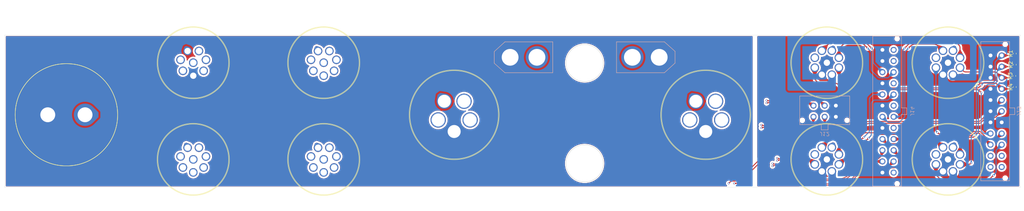
<source format=kicad_pcb>
(kicad_pcb (version 20221018) (generator pcbnew)
  (title_block (title "设备盒PCB1") (company "南京拓兴智控"))
  (layers (0 "F.Cu" signal) (1 "In1.Cu" signal) (2 "In2.Cu" signal) (31 "B.Cu" signal) (34 "B.Paste" user) (35 "F.Paste" user) (36 "B.SilkS" user "B.Silkscreen") (37 "F.SilkS" user "F.Silkscreen") (38 "B.Mask" user) (39 "F.Mask" user) (44 "Edge.Cuts" user))
  (net 0 "")
  (net 1 "/PWM3_Z-B")
  (net 2 "/PWM3_Y-A")
  (net 3 "+5V")
  (net 4 "/AD1_U3")
  (net 5 "/MOTOR3")
  (net 6 "+3.3V")
  (net 7 "/PWM4_Z-B")
  (net 8 "/PWM4_Y-A")
  (net 9 "/AD1_U4")
  (net 10 "/MOTOR4")
  (net 11 "/PWM7_Z-B")
  (net 12 "/PWM7_Y-A")
  (net 13 "/AD1_U7")
  (net 14 "/MOTOR7")
  (net 15 "/PWM8_Z-B")
  (net 16 "/PWM8_Y-A")
  (net 17 "/AD1_U8")
  (net 18 "/MOTOR8")
  (net 19 "/V_28V")
  (net 20 "/TX+")
  (net 21 "/TX-")
  (net 22 "/V_GND")
  (net 23 "/RX-")
  (net 24 "/RX+")
  (net 25 "/AD2_U3")
  (net 26 "/AD2_U4")
  (net 27 "/MCU2_CAN2_L-")
  (net 28 "/MCU2_CAN2_H+")
  (net 29 "/MCU3_CAN2_L-")
  (net 30 "/MCU3_CAN2_H+")
  (net 31 "+12V")
  (net 55 "GND")
  (footprint "UACsocket:UAC16-9" (layer "F.Cu") (at 303.086361 72.456511)
    (fp_text reference "J4" hide)
    (fp_text value "UAC16-9")
  )
  (footprint "Resistor_SMD:R_0402_1005Metric" (layer "F.Cu") (at 320.9 50 -90)
    (fp_text reference "R3")
    (fp_text value "1K")
  )
  (footprint "Resistor_SMD:R_0402_1005Metric" (layer "F.Cu") (at 321 43.99 -90)
    (fp_text reference "R1")
    (fp_text value "1K")
  )
  (footprint "UACsocket:UAC20-5" (layer "F.Cu") (at 238.086361 60.456511)
    (fp_text reference "J10" hide)
    (fp_text value "UAV20-5")
  )
  (footprint "UACsocket:UAC16-9" (layer "F.Cu") (at 303.086361 46.456511)
    (fp_text reference "J3" hide)
    (fp_text value "UAC16-9")
  )
  (footprint "UACsocket:UAC16-8" (layer "F.Cu") (at 135.586361 46.456511)
    (fp_text reference "J7" hide)
    (fp_text value "UAC16-8")
  )
  (footprint "UACsocket:UAC16-8" (layer "F.Cu") (at 135.586361 72.456511)
    (fp_text reference "J8" hide)
    (fp_text value "UAC16-8")
  )
  (footprint "UACsocket:UAC28-2" (layer "F.Cu") (at 66.548961 60.456511)
    (fp_text reference "J11" hide)
    (fp_text value "UAC28-2")
  )
  (footprint "UACsocket:UAC16-9" (layer "F.Cu") (at 270.586361 46.456511)
    (fp_text reference "J1" hide)
    (fp_text value "UAC16-9")
  )
  (footprint "UACsocket:UAC20-5" (layer "F.Cu") (at 170.586361 60.456511)
    (fp_text reference "J9" hide)
    (fp_text value "UAV20-5")
  )
  (footprint "Resistor_SMD:R_0402_1005Metric" (layer "F.Cu") (at 321 52.99 -90)
    (fp_text reference "R4")
    (fp_text value "1K")
  )
  (footprint "UACsocket:UAC16-8" (layer "F.Cu") (at 100.586361 46.456511)
    (fp_text reference "J5" hide)
    (fp_text value "UAC16-8")
  )
  (footprint "Resistor_SMD:R_0402_1005Metric" (layer "F.Cu") (at 321 46.99 -90)
    (fp_text reference "R2")
    (fp_text value "1K")
  )
  (footprint "UACsocket:UAC16-9" (layer "F.Cu") (at 270.586361 72.456511)
    (fp_text reference "J2" hide)
    (fp_text value "UAC16-9")
  )
  (footprint "UACsocket:UAC16-8" (layer "F.Cu") (at 100.586361 72.456511)
    (fp_text reference "J6" hide)
    (fp_text value "UAC16-8")
  )
  (footprint "Molex:430452412" (layer "B.Cu") (at 287 59.5 90)
    (fp_text reference "J14")
    (fp_text value "430452412")
  )
  (footprint "Molex:430452212" (layer "B.Cu") (at 316 59.5 90)
    (fp_text reference "J13")
    (fp_text value "430452212")
  )
  (footprint "Molex:430450612" (layer "B.Cu") (at 270 59.5)
    (fp_text reference "J12")
    (fp_text value "430450612")
  )
  (footprint "Connector_AMASS:AMASS_XT60-F_1x02_P7.20mm_Vertical" (layer "B.Cu") (at 185.6 45)
    (fp_text reference "J15" hide)
    (fp_text value "XT60F")
  )
  (footprint "Connector_AMASS:AMASS_XT60-F_1x02_P7.20mm_Vertical" (layer "B.Cu") (at 225.6 45 180)
    (fp_text reference "J16" hide)
    (fp_text value "XT60F")
  )
  (gr_circle (center 100.586361 46.456511) (end 110.086361 46.456511) (stroke (width 0.12)) (fill none) (layer "F.SilkS"))
  (gr_circle (center 100.586361 72.456511) (end 110.086361 72.456511) (stroke (width 0.12)) (fill none) (layer "F.SilkS"))
  (gr_circle (center 303.086361 46.456511) (end 312.586361 46.456511) (stroke (width 0.12)) (fill none) (layer "F.SilkS"))
  (gr_circle (center 270.586361 72.456511) (end 280.086361 72.456511) (stroke (width 0.12)) (fill none) (layer "F.SilkS"))
  (gr_circle (center 170.586361 60.456511) (end 182.461361 60.456511) (stroke (width 0.12)) (fill none) (layer "F.SilkS"))
  (gr_circle (center 135.586361 46.456511) (end 145.086361 46.456511) (stroke (width 0.12)) (fill none) (layer "F.SilkS"))
  (gr_circle (center 270.586361 46.456511) (end 280.086361 46.456511) (stroke (width 0.12)) (fill none) (layer "F.SilkS"))
  (gr_circle (center 66.548961 60.456511) (end 80.298961 60.456511) (stroke (width 0.12)) (fill none) (layer "F.SilkS"))
  (gr_circle (center 303.086361 72.456511) (end 312.586361 72.456511) (stroke (width 0.12)) (fill none) (layer "F.SilkS"))
  (gr_circle (center 135.586361 72.456511) (end 145.086361 72.456511) (stroke (width 0.12)) (fill none) (layer "F.SilkS"))
  (gr_circle (center 238.086361 60.456511) (end 249.961361 60.456511) (stroke (width 0.12)) (fill none) (layer "F.SilkS"))
  (gr_line (start 322.5 80) (end 50 80) (stroke (width 0.05)) (layer "Edge.Cuts"))
  (gr_line (start 322.5 39) (end 322.5 80) (stroke (width 0.05)) (layer "Edge.Cuts"))
  (gr_circle (center 205.6 73.54) (end 210.6 73.54) (stroke (width 0.1)) (fill none) (layer "Edge.Cuts"))
  (gr_circle (center 205.6 46.54) (end 210.6 46.54) (stroke (width 0.1)) (fill none) (layer "Edge.Cuts"))
  (gr_line (start 322.5 39) (end 50 39) (stroke (width 0.05)) (layer "Edge.Cuts"))
  (gr_line (start 50 39) (end 50 80) (stroke (width 0.05)) (layer "Edge.Cuts"))
  (segment (start 282.5 42.5) (end 281.085786 41.085786) (width 0.25) (layer "F.Cu") (net 1))
  (segment (start 279.671573 40.5) (end 272.801299 40.5) (width 0.25) (layer "F.Cu") (net 1))
  (segment (start 271.387085 41.085787) (end 269.246361 43.226511) (width 0.25) (layer "F.Cu") (net 1))
  (via (at 282.5 42.5) (size 0.5) (drill 0.3) (layers "F.Cu" "B.Cu") (net 1))
  (arc (start 281.085786 41.085786) (mid 280.43694 40.652241) (end 279.671573 40.5) (width 0.25) (layer "F.Cu") (net 1))
  (arc (start 272.801299 40.5) (mid 272.035932 40.652241) (end 271.387085 41.085787) (width 0.25) (layer "F.Cu") (net 1))
  (segment (start 282.5 42.5) (end 282.853554 42.853554) (width 0.25) (layer "B.Cu") (net 1))
  (segment (start 283 43.207107) (end 283 46.292893) (width 0.25) (layer "B.Cu") (net 1))
  (segment (start 283.146447 46.646447) (end 285.5 49) (width 0.25) (layer "B.Cu") (net 1))
  (arc (start 283 46.292893) (mid 283.03806 46.484235) (end 283.146447 46.646447) (width 0.25) (layer "B.Cu") (net 1))
  (arc (start 282.853554 42.853554) (mid 282.96194 43.015766) (end 283 43.207107) (width 0.25) (layer "B.Cu") (net 1))
  (segment (start 273.816361 43.512066) (end 273.816361 45.116511) (width 0.25) (layer "F.Cu") (net 2))
  (segment (start 281.487701 42.512299) (end 280.561188 41.585786) (width 0.25) (layer "F.Cu") (net 2))
  (segment (start 279.146975 41) (end 276.328427 41) (width 0.25) (layer "F.Cu") (net 2))
  (segment (start 274.914213 41.585787) (end 274.402147 42.097853) (width 0.25) (layer "F.Cu") (net 2))
  (via (at 281.487701 42.512299) (size 0.5) (drill 0.3) (layers "F.Cu" "B.Cu") (net 2))
  (arc (start 276.328427 41) (mid 275.56306 41.152241) (end 274.914213 41.585787) (width 0.25) (layer "F.Cu") (net 2))
  (arc (start 280.561188 41.585786) (mid 279.912342 41.152241) (end 279.146975 41) (width 0.25) (layer "F.Cu") (net 2))
  (arc (start 273.816361 43.512066) (mid 273.968602 42.746699) (end 274.402147 42.097853) (width 0.25) (layer "F.Cu") (net 2))
  (segment (start 284.707107 50.5) (end 286.792893 50.5) (width 0.25) (layer "B.Cu") (net 2))
  (segment (start 282.55 43.781705) (end 282.55 48.342893) (width 0.25) (layer "B.Cu") (net 2))
  (segment (start 281.487701 42.512299) (end 282.403554 43.428152) (width 0.25) (layer "B.Cu") (net 2))
  (segment (start 282.696447 48.696447) (end 284.353554 50.353554) (width 0.25) (layer "B.Cu") (net 2))
  (segment (start 287.146447 50.353553) (end 288.5 49) (width 0.25) (layer "B.Cu") (net 2))
  (arc (start 286.792893 50.5) (mid 286.984235 50.46194) (end 287.146447 50.353553) (width 0.25) (layer "B.Cu") (net 2))
  (arc (start 282.55 48.342893) (mid 282.58806 48.534235) (end 282.696447 48.696447) (width 0.25) (layer "B.Cu") (net 2))
  (arc (start 282.55 43.781705) (mid 282.51194 43.590364) (end 282.403554 43.428152) (width 0.25) (layer "B.Cu") (net 2))
  (arc (start 284.707107 50.5) (mid 284.515766 50.46194) (end 284.353554 50.353554) (width 0.25) (layer "B.Cu") (net 2))
  (segment (start 274.957107 52.957107) (end 274.109254 52.109254) (width 0.25) (layer "F.Cu") (net 4))
  (segment (start 273.816361 51.402147) (end 273.816361 47.796511) (width 0.25) (layer "F.Cu") (net 4))
  (segment (start 312 52.5) (end 311.396446 53.103554) (width 0.25) (layer "F.Cu") (net 4))
  (segment (start 311.042893 53.25) (end 275.664214 53.25) (width 0.25) (layer "F.Cu") (net 4))
  (segment (start 321 44.5) (end 317.5 44.5) (width 0.25) (layer "F.Cu") (net 4))
  (via (at 312 52.5) (size 0.5) (drill 0.3) (layers "F.Cu" "B.Cu") (net 4))
  (arc (start 311.396446 53.103554) (mid 311.234234 53.21194) (end 311.042893 53.25) (width 0.25) (layer "F.Cu") (net 4))
  (arc (start 275.664214 53.25) (mid 275.281531 53.17388) (end 274.957107 52.957107) (width 0.25) (layer "F.Cu") (net 4))
  (arc (start 274.109254 52.109254) (mid 273.892481 51.784831) (end 273.816361 51.402147) (width 0.25) (layer "F.Cu") (net 4))
  (segment (start 312 52.5) (end 312.603554 51.896446) (width 0.25) (layer "B.Cu") (net 4))
  (segment (start 312.957107 51.75) (end 315.042893 51.75) (width 0.25) (layer "B.Cu") (net 4))
  (segment (start 315.75 51.042893) (end 315.75 46.457107) (width 0.25) (layer "B.Cu") (net 4))
  (segment (start 315.396447 51.603553) (end 315.603554 51.396446) (width 0.25) (layer "B.Cu") (net 4))
  (segment (start 315.896447 46.103553) (end 317.5 44.5) (width 0.25) (layer "B.Cu") (net 4))
  (arc (start 315.75 51.042893) (mid 315.71194 51.234234) (end 315.603554 51.396446) (width 0.25) (layer "B.Cu") (net 4))
  (arc (start 315.75 46.457107) (mid 315.78806 46.265765) (end 315.896447 46.103553) (width 0.25) (layer "B.Cu") (net 4))
  (arc (start 315.396447 51.603553) (mid 315.234235 51.71194) (end 315.042893 51.75) (width 0.25) (layer "B.Cu") (net 4))
  (arc (start 312.603554 51.896446) (mid 312.765766 51.78806) (end 312.957107 51.75) (width 0.25) (layer "B.Cu") (net 4))
  (segment (start 267.356361 50.542147) (end 267.356361 47.796511) (width 0.25) (layer "F.Cu") (net 5))
  (segment (start 310.992893 53.7) (end 275.414214 53.7) (width 0.25) (layer "F.Cu") (net 5))
  (segment (start 274.707107 53.407107) (end 273.592893 52.292893) (width 0.25) (layer "F.Cu") (net 5))
  (segment (start 312 54.5) (end 311.346446 53.846446) (width 0.25) (layer "F.Cu") (net 5))
  (segment (start 268.107107 51.707107) (end 267.649254 51.249254) (width 0.25) (layer "F.Cu") (net 5))
  (segment (start 272.885786 52) (end 268.814214 52) (width 0.25) (layer "F.Cu") (net 5))
  (via (at 312 54.5) (size 0.5) (drill 0.3) (layers "F.Cu" "B.Cu") (net 5))
  (arc (start 267.649254 51.249254) (mid 267.432481 50.924831) (end 267.356361 50.542147) (width 0.25) (layer "F.Cu") (net 5))
  (arc (start 275.414214 53.7) (mid 275.031531 53.62388) (end 274.707107 53.407107) (width 0.25) (layer "F.Cu") (net 5))
  (arc (start 311.346446 53.846446) (mid 311.184234 53.73806) (end 310.992893 53.7) (width 0.25) (layer "F.Cu") (net 5))
  (arc (start 268.107107 51.707107) (mid 268.43153 51.92388) (end 268.814214 52) (width 0.25) (layer "F.Cu") (net 5))
  (arc (start 273.592893 52.292893) (mid 273.26847 52.07612) (end 272.885786 52) (width 0.25) (layer "F.Cu") (net 5))
  (segment (start 312.957107 65.5) (end 314.5 65.5) (width 0.25) (layer "B.Cu") (net 5))
  (segment (start 312.146447 64.896447) (end 312.603554 65.353554) (width 0.25) (layer "B.Cu") (net 5))
  (segment (start 312 54.5) (end 312 64.542893) (width 0.25) (layer "B.Cu") (net 5))
  (arc (start 312.146447 64.896447) (mid 312.03806 64.734235) (end 312 64.542893) (width 0.25) (layer "B.Cu") (net 5))
  (arc (start 312.957107 65.5) (mid 312.765766 65.46194) (end 312.603554 65.353554) (width 0.25) (layer "B.Cu") (net 5))
  (segment (start 279.585786 67) (end 271.887086 67) (width 0.25) (layer "F.Cu") (net 7))
  (segment (start 280.5 66.5) (end 280.292893 66.707107) (width 0.25) (layer "F.Cu") (net 7))
  (segment (start 271.179979 67.292893) (end 269.246361 69.226511) (width 0.25) (layer "F.Cu") (net 7))
  (via (at 280.5 66.5) (size 0.5) (drill 0.3) (layers "F.Cu" "B.Cu") (net 7))
  (arc (start 271.179979 67.292893) (mid 271.504402 67.07612) (end 271.887086 67) (width 0.25) (layer "F.Cu") (net 7))
  (arc (start 279.585786 67) (mid 279.968469 66.92388) (end 280.292893 66.707107) (width 0.25) (layer "F.Cu") (net 7))
  (segment (start 280.5 66.5) (end 281.853554 65.146446) (width 0.25) (layer "B.Cu") (net 7))
  (segment (start 282 64.792893) (end 282 56.207107) (width 0.25) (layer "B.Cu") (net 7))
  (segment (start 283.207107 55) (end 285.5 55) (width 0.25) (layer "B.Cu") (net 7))
  (segment (start 282.146447 55.853553) (end 282.853554 55.146446) (width 0.25) (layer "B.Cu") (net 7))
  (arc (start 282.853554 55.146446) (mid 283.015766 55.03806) (end 283.207107 55) (width 0.25) (layer "B.Cu") (net 7))
  (arc (start 282.146447 55.853553) (mid 282.03806 56.015765) (end 282 56.207107) (width 0.25) (layer "B.Cu") (net 7))
  (arc (start 281.853554 65.146446) (mid 281.96194 64.984234) (end 282 64.792893) (width 0.25) (layer "B.Cu") (net 7))
  (segment (start 273.816361 69.097853) (end 273.816361 71.116511) (width 0.25) (layer "F.Cu") (net 8))
  (segment (start 280.585786 67.5) (end 275.414214 67.5) (width 0.25) (layer "F.Cu") (net 8))
  (segment (start 274.707107 67.792893) (end 274.109254 68.390746) (width 0.25) (layer "F.Cu") (net 8))
  (segment (start 281.75 66.75) (end 281.292893 67.207107) (width 0.25) (layer "F.Cu") (net 8))
  (via (at 281.75 66.75) (size 0.5) (drill 0.3) (layers "F.Cu" "B.Cu") (net 8))
  (arc (start 280.585786 67.5) (mid 280.968469 67.42388) (end 281.292893 67.207107) (width 0.25) (layer "F.Cu") (net 8))
  (arc (start 273.816361 69.097853) (mid 273.892481 68.71517) (end 274.109254 68.390746) (width 0.25) (layer "F.Cu") (net 8))
  (arc (start 275.414214 67.5) (mid 275.031531 67.57612) (end 274.707107 67.792893) (width 0.25) (layer "F.Cu") (net 8))
  (segment (start 282.5 65.792893) (end 282.5 57.407107) (width 0.25) (layer "B.Cu") (net 8))
  (segment (start 282.646447 57.053553) (end 283.053554 56.646446) (width 0.25) (layer "B.Cu") (net 8))
  (segment (start 283.407107 56.5) (end 286.792893 56.5) (width 0.25) (layer "B.Cu") (net 8))
  (segment (start 287.146447 56.353553) (end 288.5 55) (width 0.25) (layer "B.Cu") (net 8))
  (segment (start 281.75 66.75) (end 282.353554 66.146446) (width 0.25) (layer "B.Cu") (net 8))
  (arc (start 282.5 57.407107) (mid 282.53806 57.215765) (end 282.646447 57.053553) (width 0.25) (layer "B.Cu") (net 8))
  (arc (start 287.146447 56.353553) (mid 286.984235 56.46194) (end 286.792893 56.5) (width 0.25) (layer "B.Cu") (net 8))
  (arc (start 283.407107 56.5) (mid 283.215766 56.53806) (end 283.053554 56.646446) (width 0.25) (layer "B.Cu") (net 8))
  (arc (start 282.5 65.792893) (mid 282.46194 65.984234) (end 282.353554 66.146446) (width 0.25) (layer "B.Cu") (net 8))
  (segment (start 281.260786 67.95) (end 277.214214 67.95) (width 0.25) (layer "F.Cu") (net 9))
  (segment (start 275.457107 72.155765) (end 273.816361 73.796511) (width 0.25) (layer "F.Cu") (net 9))
  (segment (start 290.457107 66.207107) (end 290.292893 66.042893) (width 0.25) (layer "F.Cu") (net 9))
  (segment (start 289.585786 65.75) (end 284.703427 65.75) (width 0.25) (layer "F.Cu") (net 9))
  (segment (start 283.289213 66.335787) (end 281.967893 67.657107) (width 0.25) (layer "F.Cu") (net 9))
  (segment (start 310.3495 66.11225) (end 310.108196 66.353554) (width 0.25) (layer "F.Cu") (net 9))
  (segment (start 321 47.5) (end 317.5 47.5) (width 0.25) (layer "F.Cu") (net 9))
  (segment (start 275.75 69.414214) (end 275.75 71.448658) (width 0.25) (layer "F.Cu") (net 9))
  (segment (start 309.754643 66.5) (end 291.164214 66.5) (width 0.25) (layer "F.Cu") (net 9))
  (segment (start 276.507107 68.242893) (end 276.042893 68.707107) (width 0.25) (layer "F.Cu") (net 9))
  (via (at 310.3495 66.11225) (size 0.5) (drill 0.3) (layers "F.Cu" "B.Cu") (net 9))
  (arc (start 290.292893 66.042893) (mid 289.96847 65.82612) (end 289.585786 65.75) (width 0.25) (layer "F.Cu") (net 9))
  (arc (start 309.754643 66.5) (mid 309.945984 66.46194) (end 310.108196 66.353554) (width 0.25) (layer "F.Cu") (net 9))
  (arc (start 275.75 69.414214) (mid 275.82612 69.031531) (end 276.042893 68.707107) (width 0.25) (layer "F.Cu") (net 9))
  (arc (start 284.703427 65.75) (mid 283.93806 65.902241) (end 283.289213 66.335787) (width 0.25) (layer "F.Cu") (net 9))
  (arc (start 281.967893 67.657107) (mid 281.64347 67.87388) (end 281.260786 67.95) (width 0.25) (layer "F.Cu") (net 9))
  (arc (start 276.507107 68.242893) (mid 276.83153 68.02612) (end 277.214214 67.95) (width 0.25) (layer "F.Cu") (net 9))
  (arc (start 275.75 71.448658) (mid 275.67388 71.831341) (end 275.457107 72.155765) (width 0.25) (layer "F.Cu") (net 9))
  (arc (start 290.457107 66.207107) (mid 290.78153 66.42388) (end 291.164214 66.5) (width 0.25) (layer "F.Cu") (net 9))
  (segment (start 316.25 51.292893) (end 316.25 48.957107) (width 0.25) (layer "B.Cu") (net 9))
  (segment (start 315.646447 52.103553) (end 316.103554 51.646446) (width 0.25) (layer "B.Cu") (net 9))
  (segment (start 310.3495 66.11225) (end 311.103554 65.358196) (width 0.25) (layer "B.Cu") (net 9))
  (segment (start 316.396447 48.603553) (end 317.5 47.5) (width 0.25) (layer "B.Cu") (net 9))
  (segment (start 311.396447 53.803553) (end 311.553554 53.646446) (width 0.25) (layer "B.Cu") (net 9))
  (segment (start 311.25 65.004643) (end 311.25 54.157107) (width 0.25) (layer "B.Cu") (net 9))
  (segment (start 313.957107 52.25) (end 315.292893 52.25) (width 0.25) (layer "B.Cu") (net 9))
  (segment (start 312.646447 53.353553) (end 313.603554 52.396446) (width 0.25) (layer "B.Cu") (net 9))
  (segment (start 311.907107 53.5) (end 312.292893 53.5) (width 0.25) (layer "B.Cu") (net 9))
  (arc (start 311.553554 53.646446) (mid 311.715766 53.53806) (end 311.907107 53.5) (width 0.25) (layer "B.Cu") (net 9))
  (arc (start 311.396447 53.803553) (mid 311.28806 53.965765) (end 311.25 54.157107) (width 0.25) (layer "B.Cu") (net 9))
  (arc (start 315.646447 52.103553) (mid 315.484235 52.21194) (end 315.292893 52.25) (width 0.25) (layer "B.Cu") (net 9))
  (arc (start 312.292893 53.5) (mid 312.484235 53.46194) (end 312.646447 53.353553) (width 0.25) (layer "B.Cu") (net 9))
  (arc (start 313.603554 52.396446) (mid 313.765766 52.28806) (end 313.957107 52.25) (width 0.25) (layer "B.Cu") (net 9))
  (arc (start 311.103554 65.358196) (mid 311.21194 65.195984) (end 311.25 65.004643) (width 0.25) (layer "B.Cu") (net 9))
  (arc (start 316.25 51.292893) (mid 316.21194 51.484234) (end 316.103554 51.646446) (width 0.25) (layer "B.Cu") (net 9))
  (arc (start 316.25 48.957107) (mid 316.28806 48.765765) (end 316.396447 48.603553) (width 0.25) (layer "B.Cu") (net 9))
  (segment (start 268.964823 66.5) (end 279.060481 66.5) (width 0.25) (layer "F.Cu") (net 10))
  (segment (start 267.356361 73.796511) (end 265.292893 71.733043) (width 0.25) (layer "F.Cu") (net 10))
  (segment (start 310.256302 65.38725) (end 311.180143 65.38725) (width 0.25) (layer "F.Cu") (net 10))
  (segment (start 290.479289 65.592893) (end 290.643503 65.757107) (width 0.25) (layer "F.Cu") (net 10))
  (segment (start 291.35061 66.05) (end 309.179338 66.05) (width 0.25) (layer "F.Cu") (net 10))
  (segment (start 279.767588 66.207107) (end 280.381802 65.592893) (width 0.25) (layer "F.Cu") (net 10))
  (segment (start 265.585786 69.05061) (end 267.550609 67.085787) (width 0.25) (layer "F.Cu") (net 10))
  (segment (start 265 71.025936) (end 265 70.464823) (width 0.25) (layer "F.Cu") (net 10))
  (segment (start 281.088909 65.3) (end 289.772182 65.3) (width 0.25) (layer "F.Cu") (net 10))
  (segment (start 311.533696 65.533696) (end 314.5 68.5) (width 0.25) (layer "F.Cu") (net 10))
  (segment (start 309.532891 65.903554) (end 309.902748 65.533697) (width 0.25) (layer "F.Cu") (net 10))
  (arc (start 280.381802 65.592893) (mid 280.706225 65.37612) (end 281.088909 65.3) (width 0.25) (layer "F.Cu") (net 10))
  (arc (start 265 71.025936) (mid 265.07612 71.408619) (end 265.292893 71.733043) (width 0.25) (layer "F.Cu") (net 10))
  (arc (start 265 70.464823) (mid 265.152241 69.699456) (end 265.585786 69.05061) (width 0.25) (layer "F.Cu") (net 10))
  (arc (start 309.179338 66.05) (mid 309.370679 66.01194) (end 309.532891 65.903554) (width 0.25) (layer "F.Cu") (net 10))
  (arc (start 279.060481 66.5) (mid 279.443165 66.42388) (end 279.767588 66.207107) (width 0.25) (layer "F.Cu") (net 10))
  (arc (start 309.902748 65.533697) (mid 310.06496 65.42531) (end 310.256302 65.38725) (width 0.25) (layer "F.Cu") (net 10))
  (arc (start 311.180143 65.38725) (mid 311.371484 65.42531) (end 311.533696 65.533696) (width 0.25) (layer "F.Cu") (net 10))
  (arc (start 267.550609 67.085787) (mid 268.199456 66.652241) (end 268.964823 66.5) (width 0.25) (layer "F.Cu") (net 10))
  (arc (start 290.643503 65.757107) (mid 290.967927 65.97388) (end 291.35061 66.05) (width 0.25) (layer "F.Cu") (net 10))
  (arc (start 289.772182 65.3) (mid 290.154865 65.37612) (end 290.479289 65.592893) (width 0.25) (layer "F.Cu") (net 10))
  (segment (start 300.555637 42.035787) (end 301.746361 43.226511) (width 0.25) (layer "F.Cu") (net 11))
  (segment (start 294.403025 41.45) (end 299.141423 41.45) (width 0.25) (layer "F.Cu") (net 11))
  (segment (start 292.512299 42.512299) (end 292.988812 42.035786) (width 0.25) (layer "F.Cu") (net 11))
  (via (at 292.512299 42.512299) (size 0.5) (drill 0.3) (layers "F.Cu" "B.Cu") (net 11))
  (arc (start 294.403025 41.45) (mid 293.637658 41.602241) (end 292.988812 42.035786) (width 0.25) (layer "F.Cu") (net 11))
  (arc (start 300.555637 42.035787) (mid 299.90679 41.602241) (end 299.141423 41.45) (width 0.25) (layer "F.Cu") (net 11))
  (segment (start 291.353553 61.146447) (end 290.146446 62.353554) (width 0.25) (layer "B.Cu") (net 11))
  (segment (start 291.5 43.731705) (end 291.5 60.792893) (width 0.25) (layer "B.Cu") (net 11))
  (segment (start 289.792893 62.5) (end 287.207107 62.5) (width 0.25) (layer "B.Cu") (net 11))
  (segment (start 286.853553 62.353553) (end 285.5 61) (width 0.25) (layer "B.Cu") (net 11))
  (segment (start 292.512299 42.512299) (end 291.646446 43.378152) (width 0.25) (layer "B.Cu") (net 11))
  (arc (start 290.146446 62.353554) (mid 289.984234 62.46194) (end 289.792893 62.5) (width 0.25) (layer "B.Cu") (net 11))
  (arc (start 291.353553 61.146447) (mid 291.46194 60.984235) (end 291.5 60.792893) (width 0.25) (layer "B.Cu") (net 11))
  (arc (start 286.853553 62.353553) (mid 287.015765 62.46194) (end 287.207107 62.5) (width 0.25) (layer "B.Cu") (net 11))
  (arc (start 291.646446 43.378152) (mid 291.53806 43.540364) (end 291.5 43.731705) (width 0.25) (layer "B.Cu") (net 11))
  (segment (start 293.828427 41) (end 304.884626 41) (width 0.25) (layer "F.Cu") (net 12))
  (segment (start 305.591733 41.292893) (end 306.023468 41.724628) (width 0.25) (layer "F.Cu") (net 12))
  (segment (start 306.316361 42.431735) (end 306.316361 45.116511) (width 0.25) (layer "F.Cu") (net 12))
  (segment (start 291.5 42.5) (end 292.414214 41.585786) (width 0.25) (layer "F.Cu") (net 12))
  (via (at 291.5 42.5) (size 0.5) (drill 0.3) (layers "F.Cu" "B.Cu") (net 12))
  (arc (start 304.884626 41) (mid 305.267309 41.07612) (end 305.591733 41.292893) (width 0.25) (layer "F.Cu") (net 12))
  (arc (start 306.023468 41.724628) (mid 306.240241 42.049051) (end 306.316361 42.431735) (width 0.25) (layer "F.Cu") (net 12))
  (arc (start 293.828427 41) (mid 293.06306 41.152241) (end 292.414214 41.585786) (width 0.25) (layer "F.Cu") (net 12))
  (segment (start 291 43.207107) (end 291 59.792893) (width 0.25) (layer "B.Cu") (net 12))
  (segment (start 291.5 42.5) (end 291.146446 42.853554) (width 0.25) (layer "B.Cu") (net 12))
  (segment (start 290.853553 60.146447) (end 290.146446 60.853554) (width 0.25) (layer "B.Cu") (net 12))
  (segment (start 289.792893 61) (end 288.5 61) (width 0.25) (layer "B.Cu") (net 12))
  (arc (start 291 59.792893) (mid 290.96194 59.984235) (end 290.853553 60.146447) (width 0.25) (layer "B.Cu") (net 12))
  (arc (start 291 43.207107) (mid 291.03806 43.015766) (end 291.146446 42.853554) (width 0.25) (layer "B.Cu") (net 12))
  (arc (start 290.146446 60.853554) (mid 289.984234 60.96194) (end 289.792893 61) (width 0.25) (layer "B.Cu") (net 12))
  (segment (start 307.880575 48.946511) (end 315.532297 48.946511) (width 0.25) (layer "F.Cu") (net 13))
  (segment (start 320.9 50.51) (end 320.89 50.5) (width 0.25) (layer "F.Cu") (net 13))
  (segment (start 316.239404 49.239404) (end 317.5 50.5) (width 0.25) (layer "F.Cu") (net 13))
  (segment (start 320.89 50.5) (end 317.5 50.5) (width 0.25) (layer "F.Cu") (net 13))
  (segment (start 306.316361 47.796511) (end 307.173468 48.653618) (width 0.25) (layer "F.Cu") (net 13))
  (arc (start 315.532297 48.946511) (mid 315.91498 49.022631) (end 316.239404 49.239404) (width 0.25) (layer "F.Cu") (net 13))
  (arc (start 307.880575 48.946511) (mid 307.497892 48.870391) (end 307.173468 48.653618) (width 0.25) (layer "F.Cu") (net 13))
  (segment (start 300.25 65.25) (end 300.453554 65.453554) (width 0.25) (layer "F.Cu") (net 14))
  (segment (start 314.164214 67) (end 315.585786 67) (width 0.25) (layer "F.Cu") (net 14))
  (segment (start 316.292893 66.707107) (end 317.5 65.5) (width 0.25) (layer "F.Cu") (net 14))
  (segment (start 311.833697 65.083697) (end 313.457107 66.707107) (width 0.25) (layer "F.Cu") (net 14))
  (segment (start 300.807107 65.6) (end 308.992942 65.6) (width 0.25) (layer "F.Cu") (net 14))
  (segment (start 309.346496 65.453553) (end 309.716353 65.083696) (width 0.25) (layer "F.Cu") (net 14))
  (segment (start 310.069906 64.93725) (end 311.480143 64.93725) (width 0.25) (layer "F.Cu") (net 14))
  (via (at 300.25 65.25) (size 0.5) (drill 0.3) (layers "F.Cu" "B.Cu") (net 14))
  (arc (start 309.716353 65.083696) (mid 309.878565 64.97531) (end 310.069906 64.93725) (width 0.25) (layer "F.Cu") (net 14))
  (arc (start 311.480143 64.93725) (mid 311.671485 64.97531) (end 311.833697 65.083697) (width 0.25) (layer "F.Cu") (net 14))
  (arc (start 315.585786 67) (mid 315.968469 66.92388) (end 316.292893 66.707107) (width 0.25) (layer "F.Cu") (net 14))
  (arc (start 314.164214 67) (mid 313.781531 66.92388) (end 313.457107 66.707107) (width 0.25) (layer "F.Cu") (net 14))
  (arc (start 300.453554 65.453554) (mid 300.615766 65.56194) (end 300.807107 65.6) (width 0.25) (layer "F.Cu") (net 14))
  (arc (start 309.346496 65.453553) (mid 309.184284 65.56194) (end 308.992942 65.6) (width 0.25) (layer "F.Cu") (net 14))
  (segment (start 299.856361 64.649254) (end 299.856361 47.796511) (width 0.25) (layer "B.Cu") (net 14))
  (segment (start 300.25 65.25) (end 300.002807 65.002807) (width 0.25) (layer "B.Cu") (net 14))
  (arc (start 299.856361 64.649254) (mid 299.894421 64.840595) (end 300.002807 65.002807) (width 0.25) (layer "B.Cu") (net 14))
  (segment (start 289.506281 68.25) (end 287.164214 68.25) (width 0.25) (layer "F.Cu") (net 15))
  (segment (start 299.141423 67.45) (end 291.134709 67.45) (width 0.25) (layer "F.Cu") (net 15))
  (segment (start 301.746361 69.226511) (end 300.555636 68.035786) (width 0.25) (layer "F.Cu") (net 15))
  (segment (start 286.457107 67.957107) (end 285.5 67) (width 0.25) (layer "F.Cu") (net 15))
  (segment (start 290.427602 67.742893) (end 290.213388 67.957107) (width 0.25) (layer "F.Cu") (net 15))
  (arc (start 286.457107 67.957107) (mid 286.78153 68.17388) (end 287.164214 68.25) (width 0.25) (layer "F.Cu") (net 15))
  (arc (start 291.134709 67.45) (mid 290.752026 67.52612) (end 290.427602 67.742893) (width 0.25) (layer "F.Cu") (net 15))
  (arc (start 289.506281 68.25) (mid 289.888964 68.17388) (end 290.213388 67.957107) (width 0.25) (layer "F.Cu") (net 15))
  (arc (start 300.555636 68.035786) (mid 299.90679 67.602241) (end 299.141423 67.45) (width 0.25) (layer "F.Cu") (net 15))
  (segment (start 305.085786 67) (end 288.5 67) (width 0.25) (layer "F.Cu") (net 16))
  (segment (start 306.316361 71.116511) (end 306.316361 68.230575) (width 0.25) (layer "F.Cu") (net 16))
  (segment (start 306.023468 67.523468) (end 305.792893 67.292893) (width 0.25) (layer "F.Cu") (net 16))
  (arc (start 306.316361 68.230575) (mid 306.240241 67.847892) (end 306.023468 67.523468) (width 0.25) (layer "F.Cu") (net 16))
  (arc (start 305.792893 67.292893) (mid 305.46847 67.07612) (end 305.085786 67) (width 0.25) (layer "F.Cu") (net 16))
  (segment (start 311.115651 52.571883) (end 311.115651 52.571176) (width 0.25) (layer "F.Cu") (net 17))
  (segment (start 309.325 73.425) (end 309.246382 73.503618) (width 0.25) (layer "F.Cu") (net 17))
  (segment (start 311.115651 52.571176) (end 311.615381 52.071446) (width 0.25) (layer "F.Cu") (net 17))
  (segment (start 316.217893 52.217893) (end 317.5 53.5) (width 0.25) (layer "F.Cu") (net 17))
  (segment (start 308.539275 73.796511) (end 306.316361 73.796511) (width 0.25) (layer "F.Cu") (net 17))
  (segment (start 311.968934 51.925) (end 315.510786 51.925) (width 0.25) (layer "F.Cu") (net 17))
  (segment (start 321 53.5) (end 317.5 53.5) (width 0.25) (layer "F.Cu") (net 17))
  (via (at 309.325 73.425) (size 0.5) (drill 0.3) (layers "F.Cu" "B.Cu") (net 17))
  (via (at 311.115651 52.571883) (size 0.5) (drill 0.3) (layers "F.Cu" "B.Cu") (net 17))
  (arc (start 315.510786 51.925) (mid 315.893469 52.00112) (end 316.217893 52.217893) (width 0.25) (layer "F.Cu") (net 17))
  (arc (start 308.539275 73.796511) (mid 308.921958 73.720391) (end 309.246382 73.503618) (width 0.25) (layer "F.Cu") (net 17))
  (arc (start 311.968934 51.925) (mid 311.777593 51.96306) (end 311.615381 52.071446) (width 0.25) (layer "F.Cu") (net 17))
  (segment (start 309.471447 66.177131) (end 310.553554 65.095024) (width 0.25) (layer "B.Cu") (net 17))
  (segment (start 310.7 53.194641) (end 310.7 64.741471) (width 0.25) (layer "B.Cu") (net 17))
  (segment (start 311.115651 52.571883) (end 310.846447 52.841087) (width 0.25) (layer "B.Cu") (net 17))
  (segment (start 309.325 73.425) (end 309.325 66.530685) (width 0.25) (layer "B.Cu") (net 17))
  (arc (start 310.7 64.741471) (mid 310.66194 64.932812) (end 310.553554 65.095024) (width 0.25) (layer "B.Cu") (net 17))
  (arc (start 309.471447 66.177131) (mid 309.36306 66.339343) (end 309.325 66.530685) (width 0.25) (layer "B.Cu") (net 17))
  (arc (start 310.846447 52.841087) (mid 310.738074 53.003301) (end 310.7 53.194641) (width 0.25) (layer "B.Cu") (net 17))
  (segment (start 315.25 76.75) (end 314.335786 77.664214) (width 0.25) (layer "F.Cu") (net 18))
  (segment (start 312.921573 78.25) (end 302.328427 78.25) (width 0.25) (layer "F.Cu") (net 18))
  (segment (start 299.856361 75.777934) (end 299.856361 73.796511) (width 0.25) (layer "F.Cu") (net 18))
  (segment (start 300.914213 77.664213) (end 300.442147 77.192147) (width 0.25) (layer "F.Cu") (net 18))
  (via (at 315.25 76.75) (size 0.5) (drill 0.3) (layers "F.Cu" "B.Cu") (net 18))
  (arc (start 300.914213 77.664213) (mid 301.56306 78.097759) (end 302.328427 78.25) (width 0.25) (layer "F.Cu") (net 18))
  (arc (start 300.442147 77.192147) (mid 300.008602 76.543301) (end 299.856361 75.777934) (width 0.25) (layer "F.Cu") (net 18))
  (arc (start 312.921573 78.25) (mid 313.68694 78.097759) (end 314.335786 77.664214) (width 0.25) (layer "F.Cu") (net 18))
  (segment (start 316 75.792893) (end 316 70.207107) (width 0.25) (layer "B.Cu") (net 18))
  (segment (start 316.146447 69.853553) (end 317.5 68.5) (width 0.25) (layer "B.Cu") (net 18))
  (segment (start 315.25 76.75) (end 315.853554 76.146446) (width 0.25) (layer "B.Cu") (net 18))
  (arc (start 316 70.207107) (mid 316.03806 70.015765) (end 316.146447 69.853553) (width 0.25) (layer "B.Cu") (net 18))
  (arc (start 316 75.792893) (mid 315.96194 75.984234) (end 315.853554 76.146446) (width 0.25) (layer "B.Cu") (net 18))
  (segment (start 259.112994 74.97868) (end 262.094849 77.960534) (width 0.2) (layer "F.Cu") (net 20))
  (segment (start 289.292893 74.457107) (end 289.457107 74.292893) (width 0.2) (layer "F.Cu") (net 20))
  (segment (start 256.357107 74.1) (end 256.991674 74.1) (width 0.2) (layer "F.Cu") (net 20))
  (segment (start 289.164213 70.664213) (end 288.5 70) (width 0.2) (layer "F.Cu") (net 20))
  (segment (start 289.75 73.585786) (end 289.75 72.078427) (width 0.2) (layer "F.Cu") (net 20))
  (segment (start 282.838836 74.75) (end 288.585786 74.75) (width 0.2) (layer "F.Cu") (net 20))
  (segment (start 265.630383 79.425) (end 274.0217 79.425) (width 0.2) (layer "F.Cu") (net 20))
  (segment (start 277.557234 77.960534) (end 279.303302 76.214466) (width 0.2) (layer "F.Cu") (net 20))
  (segment (start 256 74.25) (end 256.003554 74.246446) (width 0.2) (layer "F.Cu") (net 20))
  (via (at 256 74.25) (size 0.5) (drill 0.3) (layers "F.Cu" "B.Cu") (net 20))
  (arc (start 288.585786 74.75) (mid 288.968469 74.67388) (end 289.292893 74.457107) (width 0.2) (layer "F.Cu") (net 20))
  (arc (start 256.991674 74.1) (mid 258.139724 74.328361) (end 259.112994 74.97868) (width 0.2) (layer "F.Cu") (net 20))
  (arc (start 256.357107 74.1) (mid 256.165766 74.13806) (end 256.003554 74.246446) (width 0.2) (layer "F.Cu") (net 20))
  (arc (start 289.457107 74.292893) (mid 289.67388 73.96847) (end 289.75 73.585786) (width 0.2) (layer "F.Cu") (net 20))
  (arc (start 282.838836 74.75) (mid 280.925419 75.130602) (end 279.303302 76.214466) (width 0.2) (layer "F.Cu") (net 20))
  (arc (start 289.164213 70.664213) (mid 289.597759 71.31306) (end 289.75 72.078427) (width 0.2) (layer "F.Cu") (net 20))
  (arc (start 274.0217 79.425) (mid 275.935117 79.044398) (end 277.557234 77.960534) (width 0.2) (layer "F.Cu") (net 20))
  (arc (start 265.630383 79.425) (mid 263.716966 79.044398) (end 262.094849 77.960534) (width 0.2) (layer "F.Cu") (net 20))
  (segment (start 259.27868 74.57868) (end 262.260534 77.560534) (width 0.2) (layer "F.Cu") (net 21))
  (segment (start 256 73.550497) (end 256.003057 73.553554) (width 0.2) (layer "F.Cu") (net 21))
  (segment (start 282.67315 74.35) (end 286.321573 74.35) (width 0.2) (layer "F.Cu") (net 21))
  (segment (start 265.796068 79.025) (end 273.856014 79.025) (width 0.2) (layer "F.Cu") (net 21))
  (segment (start 277.391548 77.560534) (end 279.137616 75.814466) (width 0.2) (layer "F.Cu") (net 21))
  (segment (start 256.35661 73.7) (end 257.157359 73.7) (width 0.2) (layer "F.Cu") (net 21))
  (segment (start 287.735787 73.764213) (end 288.5 73) (width 0.2) (layer "F.Cu") (net 21))
  (via (at 256 73.550497) (size 0.5) (drill 0.3) (layers "F.Cu" "B.Cu") (net 21))
  (arc (start 282.67315 74.35) (mid 280.759733 74.730602) (end 279.137616 75.814466) (width 0.2) (layer "F.Cu") (net 21))
  (arc (start 286.321573 74.35) (mid 287.08694 74.197759) (end 287.735787 73.764213) (width 0.2) (layer "F.Cu") (net 21))
  (arc (start 256.35661 73.7) (mid 256.165269 73.66194) (end 256.003057 73.553554) (width 0.2) (layer "F.Cu") (net 21))
  (arc (start 265.796068 79.025) (mid 263.882651 78.644398) (end 262.260534 77.560534) (width 0.2) (layer "F.Cu") (net 21))
  (arc (start 257.157359 73.7) (mid 258.30541 73.928362) (end 259.27868 74.57868) (width 0.2) (layer "F.Cu") (net 21))
  (arc (start 273.856014 79.025) (mid 275.769431 78.644398) (end 277.391548 77.560534) (width 0.2) (layer "F.Cu") (net 21))
  (segment (start 277.064466 76.685534) (end 279.285535 74.464466) (width 0.2) (layer "F.Cu") (net 23))
  (segment (start 257.606607 72.65) (end 257.755887 72.65) (width 0.2) (layer "F.Cu") (net 23))
  (segment (start 257.25 72.7995) (end 257.253054 72.796446) (width 0.2) (layer "F.Cu") (net 23))
  (segment (start 259.1701 73.235786) (end 262.619849 76.685534) (width 0.2) (layer "F.Cu") (net 23))
  (segment (start 266.155383 78.15) (end 273.528932 78.15) (width 0.2) (layer "F.Cu") (net 23))
  (segment (start 282.821068 73) (end 285.5 73) (width 0.2) (layer "F.Cu") (net 23))
  (via (at 257.25 72.7995) (size 0.5) (drill 0.3) (layers "F.Cu" "B.Cu") (net 23))
  (arc (start 282.821068 73) (mid 280.907651 73.380602) (end 279.285535 74.464466) (width 0.2) (layer "F.Cu") (net 23))
  (arc (start 257.755887 72.65) (mid 258.521254 72.802241) (end 259.1701 73.235786) (width 0.2) (layer "F.Cu") (net 23))
  (arc (start 273.528932 78.15) (mid 275.442349 77.769398) (end 277.064466 76.685534) (width 0.2) (layer "F.Cu") (net 23))
  (arc (start 262.619849 76.685534) (mid 264.241966 77.769398) (end 266.155383 78.15) (width 0.2) (layer "F.Cu") (net 23))
  (arc (start 257.606607 72.65) (mid 257.415266 72.68806) (end 257.253054 72.796446) (width 0.2) (layer "F.Cu") (net 23))
  (segment (start 257.25 72.099997) (end 257.253557 72.103554) (width 0.2) (layer "F.Cu") (net 24))
  (segment (start 266.321068 77.75) (end 273.363246 77.75) (width 0.2) (layer "F.Cu") (net 24))
  (segment (start 285.5 70.421573) (end 285.5 70) (width 0.2) (layer "F.Cu") (net 24))
  (segment (start 259.335787 72.835787) (end 262.785534 76.285534) (width 0.2) (layer "F.Cu") (net 24))
  (segment (start 276.89878 76.285534) (end 279.119849 74.064466) (width 0.2) (layer "F.Cu") (net 24))
  (segment (start 257.60711 72.25) (end 257.921573 72.25) (width 0.2) (layer "F.Cu") (net 24))
  (segment (start 284.735787 72.014213) (end 284.914214 71.835786) (width 0.2) (layer "F.Cu") (net 24))
  (segment (start 282.655382 72.6) (end 283.321573 72.6) (width 0.2) (layer "F.Cu") (net 24))
  (via (at 257.25 72.099997) (size 0.5) (drill 0.3) (layers "F.Cu" "B.Cu") (net 24))
  (arc (start 282.655382 72.6) (mid 280.741965 72.980602) (end 279.119849 74.064466) (width 0.2) (layer "F.Cu") (net 24))
  (arc (start 284.914214 71.835786) (mid 285.347759 71.18694) (end 285.5 70.421573) (width 0.2) (layer "F.Cu") (net 24))
  (arc (start 257.60711 72.25) (mid 257.415769 72.21194) (end 257.253557 72.103554) (width 0.2) (layer "F.Cu") (net 24))
  (arc (start 262.785534 76.285534) (mid 264.407651 77.369398) (end 266.321068 77.75) (width 0.2) (layer "F.Cu") (net 24))
  (arc (start 283.321573 72.6) (mid 284.08694 72.447759) (end 284.735787 72.014213) (width 0.2) (layer "F.Cu") (net 24))
  (arc (start 276.89878 76.285534) (mid 275.276663 77.369398) (end 273.363246 77.75) (width 0.2) (layer "F.Cu") (net 24))
  (arc (start 257.921573 72.25) (mid 258.68694 72.402241) (end 259.335787 72.835787) (width 0.2) (layer "F.Cu") (net 24))
  (segment (start 316.292893 57.707107) (end 317.5 56.5) (width 0.25) (layer "F.Cu") (net 25))
  (segment (start 261.684672 65.4) (end 274.908816 65.4) (width 0.25) (layer "F.Cu") (net 25))
  (segment (start 311.906497 61.957107) (end 312.820711 61.042893) (width 0.25) (layer "F.Cu") (net 25))
  (segment (start 313.527818 60.75) (end 314.835786 60.75) (width 0.25) (layer "F.Cu") (net 25))
  (segment (start 316 59.585786) (end 316 58.414214) (width 0.25) (layer "F.Cu") (net 25))
  (segment (start 282.200952 62.25) (end 311.19939 62.25) (width 0.25) (layer "F.Cu") (net 25))
  (segment (start 247.299391 77.714213) (end 258.149138 66.864466) (width 0.25) (layer "F.Cu") (net 25))
  (segment (start 278.44435 63.935534) (end 278.665418 63.714466) (width 0.25) (layer "F.Cu") (net 25))
  (segment (start 244.25122 78.9) (end 244.558327 78.592893) (width 0.25) (layer "F.Cu") (net 25))
  (segment (start 245.265434 78.3) (end 245.885177 78.3) (width 0.25) (layer "F.Cu") (net 25))
  (segment (start 315.542893 60.457107) (end 315.707107 60.292893) (width 0.25) (layer "F.Cu") (net 25))
  (via (at 244.25122 78.9) (size 0.5) (drill 0.3) (layers "F.Cu" "B.Cu") (net 25))
  (arc (start 312.820711 61.042893) (mid 313.145135 60.82612) (end 313.527818 60.75) (width 0.25) (layer "F.Cu") (net 25))
  (arc (start 314.835786 60.75) (mid 315.218469 60.67388) (end 315.542893 60.457107) (width 0.25) (layer "F.Cu") (net 25))
  (arc (start 274.908816 65.4) (mid 276.822233 65.019398) (end 278.44435 63.935534) (width 0.25) (layer "F.Cu") (net 25))
  (arc (start 316 58.414214) (mid 316.07612 58.031531) (end 316.292893 57.707107) (width 0.25) (layer "F.Cu") (net 25))
  (arc (start 245.885177 78.3) (mid 246.650544 78.147759) (end 247.299391 77.714213) (width 0.25) (layer "F.Cu") (net 25))
  (arc (start 315.707107 60.292893) (mid 315.92388 59.968469) (end 316 59.585786) (width 0.25) (layer "F.Cu") (net 25))
  (arc (start 278.665418 63.714466) (mid 280.287535 62.630602) (end 282.200952 62.25) (width 0.25) (layer "F.Cu") (net 25))
  (arc (start 311.906497 61.957107) (mid 311.582074 62.17388) (end 311.19939 62.25) (width 0.25) (layer "F.Cu") (net 25))
  (arc (start 258.149138 66.864466) (mid 259.771255 65.780602) (end 261.684672 65.4) (width 0.25) (layer "F.Cu") (net 25))
  (arc (start 244.558327 78.592893) (mid 244.88275 78.37612) (end 245.265434 78.3) (width 0.25) (layer "F.Cu") (net 25))
  (segment (start 282.588299 62.75) (end 311.335786 62.75) (width 0.25) (layer "F.Cu") (net 26))
  (segment (start 278.681697 64.585534) (end 279.052765 64.214466) (width 0.25) (layer "F.Cu") (net 26))
  (segment (start 312.042893 62.457107) (end 312.957107 61.542893) (width 0.25) (layer "F.Cu") (net 26))
  (segment (start 247.585787 78.314213) (end 258.385534 67.514466) (width 0.25) (layer "F.Cu") (net 26))
  (segment (start 261.921068 66.05) (end 275.146163 66.05) (width 0.25) (layer "F.Cu") (net 26))
  (segment (start 313.664214 61.25) (end 315.335786 61.25) (width 0.25) (layer "F.Cu") (net 26))
  (segment (start 316.042893 60.957107) (end 317.5 59.5) (width 0.25) (layer "F.Cu") (net 26))
  (segment (start 245.7 78.9) (end 246.171573 78.9) (width 0.25) (layer "F.Cu") (net 26))
  (via (at 245.7 78.9) (size 0.5) (drill 0.3) (layers "F.Cu" "B.Cu") (net 26))
  (arc (start 315.335786 61.25) (mid 315.718469 61.17388) (end 316.042893 60.957107) (width 0.25) (layer "F.Cu") (net 26))
  (arc (start 246.171573 78.9) (mid 246.93694 78.747759) (end 247.585787 78.314213) (width 0.25) (layer "F.Cu") (net 26))
  (arc (start 278.681697 64.585534) (mid 277.05958 65.669398) (end 275.146163 66.05) (width 0.25) (layer "F.Cu") (net 26))
  (arc (start 258.385534 67.514466) (mid 260.007651 66.430602) (end 261.921068 66.05) (width 0.25) (layer "F.Cu") (net 26))
  (arc (start 312.957107 61.542893) (mid 313.281531 61.32612) (end 313.664214 61.25) (width 0.25) (layer "F.Cu") (net 26))
  (arc (start 312.042893 62.457107) (mid 311.71847 62.67388) (end 311.335786 62.75) (width 0.25) (layer "F.Cu") (net 26))
  (arc (start 279.052765 64.214466) (mid 280.674882 63.130602) (end 282.588299 62.75) (width 0.25) (layer "F.Cu") (net 26))
  (segment (start 267 62.085786) (end 267 61) (width 0.25) (layer "F.Cu") (net 27))
  (segment (start 266.46839 63.03161) (end 266.707107 62.792893) (width 0.25) (layer "F.Cu") (net 27))
  (segment (start 253 63.2) (end 253.036635 63.236635) (width 0.25) (layer "F.Cu") (net 27))
  (segment (start 253.248767 63.324503) (end 265.761283 63.324503) (width 0.25) (layer "F.Cu") (net 27))
  (via (at 253 63.2) (size 0.5) (drill 0.3) (layers "F.Cu" "B.Cu") (net 27))
  (arc (start 265.761283 63.324503) (mid 266.143966 63.248383) (end 266.46839 63.03161) (width 0.25) (layer "F.Cu") (net 27))
  (arc (start 267 62.085786) (mid 266.92388 62.468469) (end 266.707107 62.792893) (width 0.25) (layer "F.Cu") (net 27))
  (arc (start 253.248767 63.324503) (mid 253.133962 63.301667) (end 253.036635 63.236635) (width 0.25) (layer "F.Cu") (net 27))
  (segment (start 269.317893 63.582107) (end 269.707107 63.192893) (width 0.25) (layer "F.Cu") (net 28))
  (segment (start 253 64) (end 253.037132 63.962868) (width 0.25) (layer "F.Cu") (net 28))
  (segment (start 253.249264 63.875) (end 268.610786 63.875) (width 0.25) (layer "F.Cu") (net 28))
  (segment (start 270 62.485786) (end 270 61) (width 0.25) (layer "F.Cu") (net 28))
  (via (at 253 64) (size 0.5) (drill 0.3) (layers "F.Cu" "B.Cu") (net 28))
  (arc (start 253.037132 63.962868) (mid 253.134459 63.897836) (end 253.249264 63.875) (width 0.25) (layer "F.Cu") (net 28))
  (arc (start 268.610786 63.875) (mid 268.993469 63.79888) (end 269.317893 63.582107) (width 0.25) (layer "F.Cu") (net 28))
  (arc (start 269.707107 63.192893) (mid 269.92388 62.86847) (end 270 62.485786) (width 0.25) (layer "F.Cu") (net 28))
  (segment (start 266.785787 57.785787) (end 267 58) (width 0.25) (layer "F.Cu") (net 29))
  (segment (start 254.616203 57.2) (end 265.371573 57.2) (width 0.25) (layer "F.Cu") (net 29))
  (segment (start 254.4 57.291939) (end 254.404071 57.287868) (width 0.25) (layer "F.Cu") (net 29))
  (via (at 254.4 57.291939) (size 0.5) (drill 0.3) (layers "F.Cu" "B.Cu") (net 29))
  (arc (start 254.404071 57.287868) (mid 254.501398 57.222836) (end 254.616203 57.2) (width 0.25) (layer "F.Cu") (net 29))
  (arc (start 265.371573 57.2) (mid 266.13694 57.352241) (end 266.785787 57.785787) (width 0.25) (layer "F.Cu") (net 29))
  (segment (start 254.631828 56.7) (end 267.871573 56.7) (width 0.25) (layer "F.Cu") (net 30))
  (segment (start 269.285787 57.285787) (end 270 58) (width 0.25) (layer "F.Cu") (net 30))
  (segment (start 254.4 56.592436) (end 254.419696 56.612132) (width 0.25) (layer "F.Cu") (net 30))
  (via (at 254.4 56.592436) (size 0.5) (drill 0.3) (layers "F.Cu" "B.Cu") (net 30))
  (arc (start 269.285787 57.285787) (mid 268.63694 56.852241) (end 267.871573 56.7) (width 0.25) (layer "F.Cu") (net 30))
  (arc (start 254.419696 56.612132) (mid 254.517023 56.677164) (end 254.631828 56.7) (width 0.25) (layer "F.Cu") (net 30))
  (zone (net 19) (net_name "/V_28V") (layer "F.Cu") (connect_pads yes (clearance 0.5)) (min_thickness 0.25) (fill yes (thermal_gap 0.5) (thermal_bridge_width 0.5) (smoothing fillet) (radius 0.5))
    (polygon (pts (xy 48.73 38.09) (xy 48.73 81.27) (xy 250.66 81.27) (xy 250.66 38.09)))
  )
  (zone (net 55) (net_name "GND") (layers "F&B.Cu") (connect_pads yes (clearance 0.5)) (min_thickness 0.25) (fill yes (thermal_gap 0.5) (thermal_bridge_width 0.5) (smoothing fillet) (radius 0.5))
    (polygon (pts (xy 251.93 38.09) (xy 251.93 81.27) (xy 323.05 81.27) (xy 323.05 38.09)))
  )
  (zone (net 22) (net_name "/V_GND") (layers "In2.Cu" "B.Cu") (connect_pads yes (clearance 0.5)) (min_thickness 0.25) (fill yes (thermal_gap 0.5) (thermal_bridge_width 0.5) (smoothing fillet) (radius 0.5))
    (polygon (pts (xy 48.73 38.09) (xy 48.73 81.27) (xy 250.66 81.27) (xy 250.66 38.09)))
  )
  (zone (net 6) (net_name "+3.3V") (layer "B.Cu") (priority 1) (connect_pads yes (clearance 0.5)) (min_thickness 0.25) (fill yes (thermal_gap 0.5) (thermal_bridge_width 0.5) (smoothing fillet) (radius 0.5))
    (polygon (pts (xy 260 37.5) (xy 260 54) (xy 273 54) (xy 273 49.5) (xy 271 49.5) (xy 271 51.5) (xy 263.5 51.5) (xy 263.5 41.5) (xy 309 41.5) (xy 309 49.5) (xy 303.5 49.5) (xy 303.5 51.25) (xy 310.75 51.25) (xy 310.75 41.5) (xy 319.5 41.5) (xy 319.5 61) (xy 316 61) (xy 316 64) (xy 319.5 64) (xy 319.5 77.5) (xy 305.5 77.5) (xy 305.5 75) (xy 303.5 75) (xy 303.5 77.5) (xy 273 77.5) (xy 273 75.5) (xy 271 75.5) (xy 271 81.5) (xy 323.5 81.5) (xy 323.5 37.5)))
  )
)
</source>
